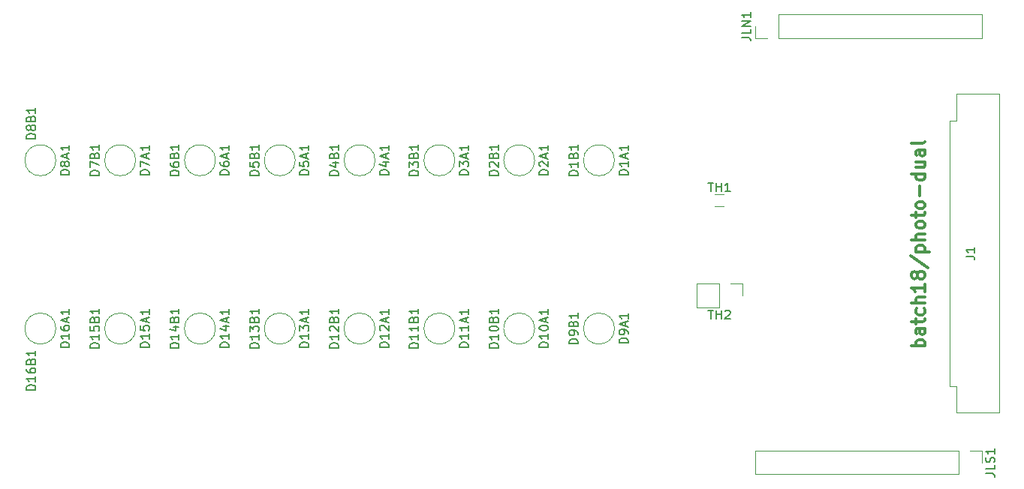
<source format=gto>
G04 #@! TF.GenerationSoftware,KiCad,Pcbnew,(6.0.5-0)*
G04 #@! TF.CreationDate,2022-08-24T15:36:11+09:00*
G04 #@! TF.ProjectId,photo-dual,70686f74-6f2d-4647-9561-6c2e6b696361,rev?*
G04 #@! TF.SameCoordinates,Original*
G04 #@! TF.FileFunction,Legend,Top*
G04 #@! TF.FilePolarity,Positive*
%FSLAX46Y46*%
G04 Gerber Fmt 4.6, Leading zero omitted, Abs format (unit mm)*
G04 Created by KiCad (PCBNEW (6.0.5-0)) date 2022-08-24 15:36:11*
%MOMM*%
%LPD*%
G01*
G04 APERTURE LIST*
%ADD10C,0.100000*%
%ADD11C,0.300000*%
%ADD12C,0.150000*%
%ADD13C,0.120000*%
G04 APERTURE END LIST*
D10*
X163671211Y-90502066D02*
G75*
G03*
X163671211Y-90502066I-1750000J0D01*
G01*
X118671211Y-90502066D02*
G75*
G03*
X118671211Y-90502066I-1750000J0D01*
G01*
X136671211Y-90502066D02*
G75*
G03*
X136671211Y-90502066I-1750000J0D01*
G01*
X145671211Y-90502066D02*
G75*
G03*
X145671211Y-90502066I-1750000J0D01*
G01*
X154671211Y-90502066D02*
G75*
G03*
X154671211Y-90502066I-1750000J0D01*
G01*
X127671211Y-90502066D02*
G75*
G03*
X127671211Y-90502066I-1750000J0D01*
G01*
X100671211Y-90502066D02*
G75*
G03*
X100671211Y-90502066I-1750000J0D01*
G01*
X109671211Y-90502066D02*
G75*
G03*
X109671211Y-90502066I-1750000J0D01*
G01*
X163671211Y-109501633D02*
G75*
G03*
X163671211Y-109501633I-1750000J0D01*
G01*
X109671211Y-109501633D02*
G75*
G03*
X109671211Y-109501633I-1750000J0D01*
G01*
X136671211Y-109501633D02*
G75*
G03*
X136671211Y-109501633I-1750000J0D01*
G01*
X118671211Y-109501633D02*
G75*
G03*
X118671211Y-109501633I-1750000J0D01*
G01*
X100671211Y-109501633D02*
G75*
G03*
X100671211Y-109501633I-1750000J0D01*
G01*
X127671211Y-109501633D02*
G75*
G03*
X127671211Y-109501633I-1750000J0D01*
G01*
X154671211Y-109501633D02*
G75*
G03*
X154671211Y-109501633I-1750000J0D01*
G01*
X145671211Y-109501633D02*
G75*
G03*
X145671211Y-109501633I-1750000J0D01*
G01*
D11*
X198678581Y-111464288D02*
X197178581Y-111464288D01*
X197750010Y-111464288D02*
X197678581Y-111321431D01*
X197678581Y-111035717D01*
X197750010Y-110892860D01*
X197821438Y-110821431D01*
X197964295Y-110750003D01*
X198392867Y-110750003D01*
X198535724Y-110821431D01*
X198607152Y-110892860D01*
X198678581Y-111035717D01*
X198678581Y-111321431D01*
X198607152Y-111464288D01*
X198678581Y-109464288D02*
X197892867Y-109464288D01*
X197750010Y-109535717D01*
X197678581Y-109678574D01*
X197678581Y-109964288D01*
X197750010Y-110107145D01*
X198607152Y-109464288D02*
X198678581Y-109607145D01*
X198678581Y-109964288D01*
X198607152Y-110107145D01*
X198464295Y-110178574D01*
X198321438Y-110178574D01*
X198178581Y-110107145D01*
X198107152Y-109964288D01*
X198107152Y-109607145D01*
X198035724Y-109464288D01*
X197678581Y-108964288D02*
X197678581Y-108392860D01*
X197178581Y-108750003D02*
X198464295Y-108750003D01*
X198607152Y-108678574D01*
X198678581Y-108535717D01*
X198678581Y-108392860D01*
X198607152Y-107250003D02*
X198678581Y-107392860D01*
X198678581Y-107678574D01*
X198607152Y-107821431D01*
X198535724Y-107892860D01*
X198392867Y-107964288D01*
X197964295Y-107964288D01*
X197821438Y-107892860D01*
X197750010Y-107821431D01*
X197678581Y-107678574D01*
X197678581Y-107392860D01*
X197750010Y-107250003D01*
X198678581Y-106607145D02*
X197178581Y-106607145D01*
X198678581Y-105964288D02*
X197892867Y-105964288D01*
X197750010Y-106035717D01*
X197678581Y-106178574D01*
X197678581Y-106392860D01*
X197750010Y-106535717D01*
X197821438Y-106607145D01*
X198678581Y-104464288D02*
X198678581Y-105321431D01*
X198678581Y-104892860D02*
X197178581Y-104892860D01*
X197392867Y-105035717D01*
X197535724Y-105178574D01*
X197607152Y-105321431D01*
X197821438Y-103607145D02*
X197750010Y-103750003D01*
X197678581Y-103821431D01*
X197535724Y-103892860D01*
X197464295Y-103892860D01*
X197321438Y-103821431D01*
X197250010Y-103750003D01*
X197178581Y-103607145D01*
X197178581Y-103321431D01*
X197250010Y-103178574D01*
X197321438Y-103107145D01*
X197464295Y-103035717D01*
X197535724Y-103035717D01*
X197678581Y-103107145D01*
X197750010Y-103178574D01*
X197821438Y-103321431D01*
X197821438Y-103607145D01*
X197892867Y-103750003D01*
X197964295Y-103821431D01*
X198107152Y-103892860D01*
X198392867Y-103892860D01*
X198535724Y-103821431D01*
X198607152Y-103750003D01*
X198678581Y-103607145D01*
X198678581Y-103321431D01*
X198607152Y-103178574D01*
X198535724Y-103107145D01*
X198392867Y-103035717D01*
X198107152Y-103035717D01*
X197964295Y-103107145D01*
X197892867Y-103178574D01*
X197821438Y-103321431D01*
X197107152Y-101321431D02*
X199035724Y-102607145D01*
X197678581Y-100821431D02*
X199178581Y-100821431D01*
X197750010Y-100821431D02*
X197678581Y-100678574D01*
X197678581Y-100392860D01*
X197750010Y-100250003D01*
X197821438Y-100178574D01*
X197964295Y-100107145D01*
X198392867Y-100107145D01*
X198535724Y-100178574D01*
X198607152Y-100250003D01*
X198678581Y-100392860D01*
X198678581Y-100678574D01*
X198607152Y-100821431D01*
X198678581Y-99464288D02*
X197178581Y-99464288D01*
X198678581Y-98821431D02*
X197892867Y-98821431D01*
X197750010Y-98892860D01*
X197678581Y-99035717D01*
X197678581Y-99250003D01*
X197750010Y-99392860D01*
X197821438Y-99464288D01*
X198678581Y-97892860D02*
X198607152Y-98035717D01*
X198535724Y-98107145D01*
X198392867Y-98178574D01*
X197964295Y-98178574D01*
X197821438Y-98107145D01*
X197750010Y-98035717D01*
X197678581Y-97892860D01*
X197678581Y-97678574D01*
X197750010Y-97535717D01*
X197821438Y-97464288D01*
X197964295Y-97392860D01*
X198392867Y-97392860D01*
X198535724Y-97464288D01*
X198607152Y-97535717D01*
X198678581Y-97678574D01*
X198678581Y-97892860D01*
X197678581Y-96964288D02*
X197678581Y-96392860D01*
X197178581Y-96750003D02*
X198464295Y-96750003D01*
X198607152Y-96678574D01*
X198678581Y-96535717D01*
X198678581Y-96392860D01*
X198678581Y-95678574D02*
X198607152Y-95821431D01*
X198535724Y-95892860D01*
X198392867Y-95964288D01*
X197964295Y-95964288D01*
X197821438Y-95892860D01*
X197750010Y-95821431D01*
X197678581Y-95678574D01*
X197678581Y-95464288D01*
X197750010Y-95321431D01*
X197821438Y-95250003D01*
X197964295Y-95178574D01*
X198392867Y-95178574D01*
X198535724Y-95250003D01*
X198607152Y-95321431D01*
X198678581Y-95464288D01*
X198678581Y-95678574D01*
X198107152Y-94535717D02*
X198107152Y-93392860D01*
X198678581Y-92035717D02*
X197178581Y-92035717D01*
X198607152Y-92035717D02*
X198678581Y-92178574D01*
X198678581Y-92464288D01*
X198607152Y-92607145D01*
X198535724Y-92678574D01*
X198392867Y-92750003D01*
X197964295Y-92750003D01*
X197821438Y-92678574D01*
X197750010Y-92607145D01*
X197678581Y-92464288D01*
X197678581Y-92178574D01*
X197750010Y-92035717D01*
X197678581Y-90678574D02*
X198678581Y-90678574D01*
X197678581Y-91321431D02*
X198464295Y-91321431D01*
X198607152Y-91250003D01*
X198678581Y-91107145D01*
X198678581Y-90892860D01*
X198607152Y-90750003D01*
X198535724Y-90678574D01*
X198678581Y-89321431D02*
X197892867Y-89321431D01*
X197750010Y-89392860D01*
X197678581Y-89535717D01*
X197678581Y-89821431D01*
X197750010Y-89964288D01*
X198607152Y-89321431D02*
X198678581Y-89464288D01*
X198678581Y-89821431D01*
X198607152Y-89964288D01*
X198464295Y-90035717D01*
X198321438Y-90035717D01*
X198178581Y-89964288D01*
X198107152Y-89821431D01*
X198107152Y-89464288D01*
X198035724Y-89321431D01*
X198678581Y-88392860D02*
X198607152Y-88535717D01*
X198464295Y-88607145D01*
X197178581Y-88607145D01*
D12*
X159553591Y-92216351D02*
X158553591Y-92216351D01*
X158553591Y-91978256D01*
X158601211Y-91835399D01*
X158696449Y-91740161D01*
X158791687Y-91692542D01*
X158982163Y-91644923D01*
X159125020Y-91644923D01*
X159315496Y-91692542D01*
X159410734Y-91740161D01*
X159505972Y-91835399D01*
X159553591Y-91978256D01*
X159553591Y-92216351D01*
X159553591Y-90692542D02*
X159553591Y-91263970D01*
X159553591Y-90978256D02*
X158553591Y-90978256D01*
X158696449Y-91073494D01*
X158791687Y-91168732D01*
X158839306Y-91263970D01*
X159029782Y-89930637D02*
X159077401Y-89787780D01*
X159125020Y-89740161D01*
X159220258Y-89692542D01*
X159363115Y-89692542D01*
X159458353Y-89740161D01*
X159505972Y-89787780D01*
X159553591Y-89883018D01*
X159553591Y-90263970D01*
X158553591Y-90263970D01*
X158553591Y-89930637D01*
X158601211Y-89835399D01*
X158648830Y-89787780D01*
X158744068Y-89740161D01*
X158839306Y-89740161D01*
X158934544Y-89787780D01*
X158982163Y-89835399D01*
X159029782Y-89930637D01*
X159029782Y-90263970D01*
X159553591Y-88740161D02*
X159553591Y-89311589D01*
X159553591Y-89025875D02*
X158553591Y-89025875D01*
X158696449Y-89121113D01*
X158791687Y-89216351D01*
X158839306Y-89311589D01*
X156193591Y-92144923D02*
X155193591Y-92144923D01*
X155193591Y-91906827D01*
X155241211Y-91763970D01*
X155336449Y-91668732D01*
X155431687Y-91621113D01*
X155622163Y-91573494D01*
X155765020Y-91573494D01*
X155955496Y-91621113D01*
X156050734Y-91668732D01*
X156145972Y-91763970D01*
X156193591Y-91906827D01*
X156193591Y-92144923D01*
X155288830Y-91192542D02*
X155241211Y-91144923D01*
X155193591Y-91049685D01*
X155193591Y-90811589D01*
X155241211Y-90716351D01*
X155288830Y-90668732D01*
X155384068Y-90621113D01*
X155479306Y-90621113D01*
X155622163Y-90668732D01*
X156193591Y-91240161D01*
X156193591Y-90621113D01*
X155907877Y-90240161D02*
X155907877Y-89763970D01*
X156193591Y-90335399D02*
X155193591Y-90002066D01*
X156193591Y-89668732D01*
X156193591Y-88811589D02*
X156193591Y-89383018D01*
X156193591Y-89097304D02*
X155193591Y-89097304D01*
X155336449Y-89192542D01*
X155431687Y-89287780D01*
X155479306Y-89383018D01*
X150553591Y-92216339D02*
X149553591Y-92216339D01*
X149553591Y-91978244D01*
X149601211Y-91835387D01*
X149696449Y-91740149D01*
X149791687Y-91692530D01*
X149982163Y-91644911D01*
X150125020Y-91644911D01*
X150315496Y-91692530D01*
X150410734Y-91740149D01*
X150505972Y-91835387D01*
X150553591Y-91978244D01*
X150553591Y-92216339D01*
X149648830Y-91263958D02*
X149601211Y-91216339D01*
X149553591Y-91121101D01*
X149553591Y-90883006D01*
X149601211Y-90787768D01*
X149648830Y-90740149D01*
X149744068Y-90692530D01*
X149839306Y-90692530D01*
X149982163Y-90740149D01*
X150553591Y-91311577D01*
X150553591Y-90692530D01*
X150029782Y-89930625D02*
X150077401Y-89787768D01*
X150125020Y-89740149D01*
X150220258Y-89692530D01*
X150363115Y-89692530D01*
X150458353Y-89740149D01*
X150505972Y-89787768D01*
X150553591Y-89883006D01*
X150553591Y-90263958D01*
X149553591Y-90263958D01*
X149553591Y-89930625D01*
X149601211Y-89835387D01*
X149648830Y-89787768D01*
X149744068Y-89740149D01*
X149839306Y-89740149D01*
X149934544Y-89787768D01*
X149982163Y-89835387D01*
X150029782Y-89930625D01*
X150029782Y-90263958D01*
X150553591Y-88740149D02*
X150553591Y-89311577D01*
X150553591Y-89025863D02*
X149553591Y-89025863D01*
X149696449Y-89121101D01*
X149791687Y-89216339D01*
X149839306Y-89311577D01*
X147193591Y-92144923D02*
X146193591Y-92144923D01*
X146193591Y-91906827D01*
X146241211Y-91763970D01*
X146336449Y-91668732D01*
X146431687Y-91621113D01*
X146622163Y-91573494D01*
X146765020Y-91573494D01*
X146955496Y-91621113D01*
X147050734Y-91668732D01*
X147145972Y-91763970D01*
X147193591Y-91906827D01*
X147193591Y-92144923D01*
X146193591Y-91240161D02*
X146193591Y-90621113D01*
X146574544Y-90954446D01*
X146574544Y-90811589D01*
X146622163Y-90716351D01*
X146669782Y-90668732D01*
X146765020Y-90621113D01*
X147003115Y-90621113D01*
X147098353Y-90668732D01*
X147145972Y-90716351D01*
X147193591Y-90811589D01*
X147193591Y-91097304D01*
X147145972Y-91192542D01*
X147098353Y-91240161D01*
X146907877Y-90240161D02*
X146907877Y-89763970D01*
X147193591Y-90335399D02*
X146193591Y-90002066D01*
X147193591Y-89668732D01*
X147193591Y-88811589D02*
X147193591Y-89383018D01*
X147193591Y-89097304D02*
X146193591Y-89097304D01*
X146336449Y-89192542D01*
X146431687Y-89287780D01*
X146479306Y-89383018D01*
X141553591Y-92216351D02*
X140553591Y-92216351D01*
X140553591Y-91978256D01*
X140601211Y-91835399D01*
X140696449Y-91740161D01*
X140791687Y-91692542D01*
X140982163Y-91644923D01*
X141125020Y-91644923D01*
X141315496Y-91692542D01*
X141410734Y-91740161D01*
X141505972Y-91835399D01*
X141553591Y-91978256D01*
X141553591Y-92216351D01*
X140553591Y-91311589D02*
X140553591Y-90692542D01*
X140934544Y-91025875D01*
X140934544Y-90883018D01*
X140982163Y-90787780D01*
X141029782Y-90740161D01*
X141125020Y-90692542D01*
X141363115Y-90692542D01*
X141458353Y-90740161D01*
X141505972Y-90787780D01*
X141553591Y-90883018D01*
X141553591Y-91168732D01*
X141505972Y-91263970D01*
X141458353Y-91311589D01*
X141029782Y-89930637D02*
X141077401Y-89787780D01*
X141125020Y-89740161D01*
X141220258Y-89692542D01*
X141363115Y-89692542D01*
X141458353Y-89740161D01*
X141505972Y-89787780D01*
X141553591Y-89883018D01*
X141553591Y-90263970D01*
X140553591Y-90263970D01*
X140553591Y-89930637D01*
X140601211Y-89835399D01*
X140648830Y-89787780D01*
X140744068Y-89740161D01*
X140839306Y-89740161D01*
X140934544Y-89787780D01*
X140982163Y-89835399D01*
X141029782Y-89930637D01*
X141029782Y-90263970D01*
X141553591Y-88740161D02*
X141553591Y-89311589D01*
X141553591Y-89025875D02*
X140553591Y-89025875D01*
X140696449Y-89121113D01*
X140791687Y-89216351D01*
X140839306Y-89311589D01*
X138193591Y-92144923D02*
X137193591Y-92144923D01*
X137193591Y-91906827D01*
X137241211Y-91763970D01*
X137336449Y-91668732D01*
X137431687Y-91621113D01*
X137622163Y-91573494D01*
X137765020Y-91573494D01*
X137955496Y-91621113D01*
X138050734Y-91668732D01*
X138145972Y-91763970D01*
X138193591Y-91906827D01*
X138193591Y-92144923D01*
X137526925Y-90716351D02*
X138193591Y-90716351D01*
X137145972Y-90954446D02*
X137860258Y-91192542D01*
X137860258Y-90573494D01*
X137907877Y-90240161D02*
X137907877Y-89763970D01*
X138193591Y-90335399D02*
X137193591Y-90002066D01*
X138193591Y-89668732D01*
X138193591Y-88811589D02*
X138193591Y-89383018D01*
X138193591Y-89097304D02*
X137193591Y-89097304D01*
X137336449Y-89192542D01*
X137431687Y-89287780D01*
X137479306Y-89383018D01*
X132553591Y-92216351D02*
X131553591Y-92216351D01*
X131553591Y-91978256D01*
X131601211Y-91835399D01*
X131696449Y-91740161D01*
X131791687Y-91692542D01*
X131982163Y-91644923D01*
X132125020Y-91644923D01*
X132315496Y-91692542D01*
X132410734Y-91740161D01*
X132505972Y-91835399D01*
X132553591Y-91978256D01*
X132553591Y-92216351D01*
X131886925Y-90787780D02*
X132553591Y-90787780D01*
X131505972Y-91025875D02*
X132220258Y-91263970D01*
X132220258Y-90644923D01*
X132029782Y-89930637D02*
X132077401Y-89787780D01*
X132125020Y-89740161D01*
X132220258Y-89692542D01*
X132363115Y-89692542D01*
X132458353Y-89740161D01*
X132505972Y-89787780D01*
X132553591Y-89883018D01*
X132553591Y-90263970D01*
X131553591Y-90263970D01*
X131553591Y-89930637D01*
X131601211Y-89835399D01*
X131648830Y-89787780D01*
X131744068Y-89740161D01*
X131839306Y-89740161D01*
X131934544Y-89787780D01*
X131982163Y-89835399D01*
X132029782Y-89930637D01*
X132029782Y-90263970D01*
X132553591Y-88740161D02*
X132553591Y-89311589D01*
X132553591Y-89025875D02*
X131553591Y-89025875D01*
X131696449Y-89121113D01*
X131791687Y-89216351D01*
X131839306Y-89311589D01*
X129193591Y-92144923D02*
X128193591Y-92144923D01*
X128193591Y-91906827D01*
X128241211Y-91763970D01*
X128336449Y-91668732D01*
X128431687Y-91621113D01*
X128622163Y-91573494D01*
X128765020Y-91573494D01*
X128955496Y-91621113D01*
X129050734Y-91668732D01*
X129145972Y-91763970D01*
X129193591Y-91906827D01*
X129193591Y-92144923D01*
X128193591Y-90668732D02*
X128193591Y-91144923D01*
X128669782Y-91192542D01*
X128622163Y-91144923D01*
X128574544Y-91049685D01*
X128574544Y-90811589D01*
X128622163Y-90716351D01*
X128669782Y-90668732D01*
X128765020Y-90621113D01*
X129003115Y-90621113D01*
X129098353Y-90668732D01*
X129145972Y-90716351D01*
X129193591Y-90811589D01*
X129193591Y-91049685D01*
X129145972Y-91144923D01*
X129098353Y-91192542D01*
X128907877Y-90240161D02*
X128907877Y-89763970D01*
X129193591Y-90335399D02*
X128193591Y-90002066D01*
X129193591Y-89668732D01*
X129193591Y-88811589D02*
X129193591Y-89383018D01*
X129193591Y-89097304D02*
X128193591Y-89097304D01*
X128336449Y-89192542D01*
X128431687Y-89287780D01*
X128479306Y-89383018D01*
X123553591Y-92216351D02*
X122553591Y-92216351D01*
X122553591Y-91978256D01*
X122601211Y-91835399D01*
X122696449Y-91740161D01*
X122791687Y-91692542D01*
X122982163Y-91644923D01*
X123125020Y-91644923D01*
X123315496Y-91692542D01*
X123410734Y-91740161D01*
X123505972Y-91835399D01*
X123553591Y-91978256D01*
X123553591Y-92216351D01*
X122553591Y-90740161D02*
X122553591Y-91216351D01*
X123029782Y-91263970D01*
X122982163Y-91216351D01*
X122934544Y-91121113D01*
X122934544Y-90883018D01*
X122982163Y-90787780D01*
X123029782Y-90740161D01*
X123125020Y-90692542D01*
X123363115Y-90692542D01*
X123458353Y-90740161D01*
X123505972Y-90787780D01*
X123553591Y-90883018D01*
X123553591Y-91121113D01*
X123505972Y-91216351D01*
X123458353Y-91263970D01*
X123029782Y-89930637D02*
X123077401Y-89787780D01*
X123125020Y-89740161D01*
X123220258Y-89692542D01*
X123363115Y-89692542D01*
X123458353Y-89740161D01*
X123505972Y-89787780D01*
X123553591Y-89883018D01*
X123553591Y-90263970D01*
X122553591Y-90263970D01*
X122553591Y-89930637D01*
X122601211Y-89835399D01*
X122648830Y-89787780D01*
X122744068Y-89740161D01*
X122839306Y-89740161D01*
X122934544Y-89787780D01*
X122982163Y-89835399D01*
X123029782Y-89930637D01*
X123029782Y-90263970D01*
X123553591Y-88740161D02*
X123553591Y-89311589D01*
X123553591Y-89025875D02*
X122553591Y-89025875D01*
X122696449Y-89121113D01*
X122791687Y-89216351D01*
X122839306Y-89311589D01*
X120193591Y-92144923D02*
X119193591Y-92144923D01*
X119193591Y-91906827D01*
X119241211Y-91763970D01*
X119336449Y-91668732D01*
X119431687Y-91621113D01*
X119622163Y-91573494D01*
X119765020Y-91573494D01*
X119955496Y-91621113D01*
X120050734Y-91668732D01*
X120145972Y-91763970D01*
X120193591Y-91906827D01*
X120193591Y-92144923D01*
X119193591Y-90716351D02*
X119193591Y-90906827D01*
X119241211Y-91002066D01*
X119288830Y-91049685D01*
X119431687Y-91144923D01*
X119622163Y-91192542D01*
X120003115Y-91192542D01*
X120098353Y-91144923D01*
X120145972Y-91097304D01*
X120193591Y-91002066D01*
X120193591Y-90811589D01*
X120145972Y-90716351D01*
X120098353Y-90668732D01*
X120003115Y-90621113D01*
X119765020Y-90621113D01*
X119669782Y-90668732D01*
X119622163Y-90716351D01*
X119574544Y-90811589D01*
X119574544Y-91002066D01*
X119622163Y-91097304D01*
X119669782Y-91144923D01*
X119765020Y-91192542D01*
X119907877Y-90240161D02*
X119907877Y-89763970D01*
X120193591Y-90335399D02*
X119193591Y-90002066D01*
X120193591Y-89668732D01*
X120193591Y-88811589D02*
X120193591Y-89383018D01*
X120193591Y-89097304D02*
X119193591Y-89097304D01*
X119336449Y-89192542D01*
X119431687Y-89287780D01*
X119479306Y-89383018D01*
X114553591Y-92216351D02*
X113553591Y-92216351D01*
X113553591Y-91978256D01*
X113601211Y-91835399D01*
X113696449Y-91740161D01*
X113791687Y-91692542D01*
X113982163Y-91644923D01*
X114125020Y-91644923D01*
X114315496Y-91692542D01*
X114410734Y-91740161D01*
X114505972Y-91835399D01*
X114553591Y-91978256D01*
X114553591Y-92216351D01*
X113553591Y-90787780D02*
X113553591Y-90978256D01*
X113601211Y-91073494D01*
X113648830Y-91121113D01*
X113791687Y-91216351D01*
X113982163Y-91263970D01*
X114363115Y-91263970D01*
X114458353Y-91216351D01*
X114505972Y-91168732D01*
X114553591Y-91073494D01*
X114553591Y-90883018D01*
X114505972Y-90787780D01*
X114458353Y-90740161D01*
X114363115Y-90692542D01*
X114125020Y-90692542D01*
X114029782Y-90740161D01*
X113982163Y-90787780D01*
X113934544Y-90883018D01*
X113934544Y-91073494D01*
X113982163Y-91168732D01*
X114029782Y-91216351D01*
X114125020Y-91263970D01*
X114029782Y-89930637D02*
X114077401Y-89787780D01*
X114125020Y-89740161D01*
X114220258Y-89692542D01*
X114363115Y-89692542D01*
X114458353Y-89740161D01*
X114505972Y-89787780D01*
X114553591Y-89883018D01*
X114553591Y-90263970D01*
X113553591Y-90263970D01*
X113553591Y-89930637D01*
X113601211Y-89835399D01*
X113648830Y-89787780D01*
X113744068Y-89740161D01*
X113839306Y-89740161D01*
X113934544Y-89787780D01*
X113982163Y-89835399D01*
X114029782Y-89930637D01*
X114029782Y-90263970D01*
X114553591Y-88740161D02*
X114553591Y-89311589D01*
X114553591Y-89025875D02*
X113553591Y-89025875D01*
X113696449Y-89121113D01*
X113791687Y-89216351D01*
X113839306Y-89311589D01*
X111193591Y-92144923D02*
X110193591Y-92144923D01*
X110193591Y-91906827D01*
X110241211Y-91763970D01*
X110336449Y-91668732D01*
X110431687Y-91621113D01*
X110622163Y-91573494D01*
X110765020Y-91573494D01*
X110955496Y-91621113D01*
X111050734Y-91668732D01*
X111145972Y-91763970D01*
X111193591Y-91906827D01*
X111193591Y-92144923D01*
X110193591Y-91240161D02*
X110193591Y-90573494D01*
X111193591Y-91002066D01*
X110907877Y-90240161D02*
X110907877Y-89763970D01*
X111193591Y-90335399D02*
X110193591Y-90002066D01*
X111193591Y-89668732D01*
X111193591Y-88811589D02*
X111193591Y-89383018D01*
X111193591Y-89097304D02*
X110193591Y-89097304D01*
X110336449Y-89192542D01*
X110431687Y-89287780D01*
X110479306Y-89383018D01*
X105553591Y-92216351D02*
X104553591Y-92216351D01*
X104553591Y-91978256D01*
X104601211Y-91835399D01*
X104696449Y-91740161D01*
X104791687Y-91692542D01*
X104982163Y-91644923D01*
X105125020Y-91644923D01*
X105315496Y-91692542D01*
X105410734Y-91740161D01*
X105505972Y-91835399D01*
X105553591Y-91978256D01*
X105553591Y-92216351D01*
X104553591Y-91311589D02*
X104553591Y-90644923D01*
X105553591Y-91073494D01*
X105029782Y-89930637D02*
X105077401Y-89787780D01*
X105125020Y-89740161D01*
X105220258Y-89692542D01*
X105363115Y-89692542D01*
X105458353Y-89740161D01*
X105505972Y-89787780D01*
X105553591Y-89883018D01*
X105553591Y-90263970D01*
X104553591Y-90263970D01*
X104553591Y-89930637D01*
X104601211Y-89835399D01*
X104648830Y-89787780D01*
X104744068Y-89740161D01*
X104839306Y-89740161D01*
X104934544Y-89787780D01*
X104982163Y-89835399D01*
X105029782Y-89930637D01*
X105029782Y-90263970D01*
X105553591Y-88740161D02*
X105553591Y-89311589D01*
X105553591Y-89025875D02*
X104553591Y-89025875D01*
X104696449Y-89121113D01*
X104791687Y-89216351D01*
X104839306Y-89311589D01*
X102193591Y-92144923D02*
X101193591Y-92144923D01*
X101193591Y-91906827D01*
X101241211Y-91763970D01*
X101336449Y-91668732D01*
X101431687Y-91621113D01*
X101622163Y-91573494D01*
X101765020Y-91573494D01*
X101955496Y-91621113D01*
X102050734Y-91668732D01*
X102145972Y-91763970D01*
X102193591Y-91906827D01*
X102193591Y-92144923D01*
X101622163Y-91002066D02*
X101574544Y-91097304D01*
X101526925Y-91144923D01*
X101431687Y-91192542D01*
X101384068Y-91192542D01*
X101288830Y-91144923D01*
X101241211Y-91097304D01*
X101193591Y-91002066D01*
X101193591Y-90811589D01*
X101241211Y-90716351D01*
X101288830Y-90668732D01*
X101384068Y-90621113D01*
X101431687Y-90621113D01*
X101526925Y-90668732D01*
X101574544Y-90716351D01*
X101622163Y-90811589D01*
X101622163Y-91002066D01*
X101669782Y-91097304D01*
X101717401Y-91144923D01*
X101812639Y-91192542D01*
X102003115Y-91192542D01*
X102098353Y-91144923D01*
X102145972Y-91097304D01*
X102193591Y-91002066D01*
X102193591Y-90811589D01*
X102145972Y-90716351D01*
X102098353Y-90668732D01*
X102003115Y-90621113D01*
X101812639Y-90621113D01*
X101717401Y-90668732D01*
X101669782Y-90716351D01*
X101622163Y-90811589D01*
X101907877Y-90240161D02*
X101907877Y-89763970D01*
X102193591Y-90335399D02*
X101193591Y-90002066D01*
X102193591Y-89668732D01*
X102193591Y-88811589D02*
X102193591Y-89383018D01*
X102193591Y-89097304D02*
X101193591Y-89097304D01*
X101336449Y-89192542D01*
X101431687Y-89287780D01*
X101479306Y-89383018D01*
X98373591Y-88064285D02*
X97373591Y-88064285D01*
X97373591Y-87826190D01*
X97421211Y-87683333D01*
X97516449Y-87588095D01*
X97611687Y-87540476D01*
X97802163Y-87492857D01*
X97945020Y-87492857D01*
X98135496Y-87540476D01*
X98230734Y-87588095D01*
X98325972Y-87683333D01*
X98373591Y-87826190D01*
X98373591Y-88064285D01*
X97802163Y-86921428D02*
X97754544Y-87016666D01*
X97706925Y-87064285D01*
X97611687Y-87111904D01*
X97564068Y-87111904D01*
X97468830Y-87064285D01*
X97421211Y-87016666D01*
X97373591Y-86921428D01*
X97373591Y-86730952D01*
X97421211Y-86635714D01*
X97468830Y-86588095D01*
X97564068Y-86540476D01*
X97611687Y-86540476D01*
X97706925Y-86588095D01*
X97754544Y-86635714D01*
X97802163Y-86730952D01*
X97802163Y-86921428D01*
X97849782Y-87016666D01*
X97897401Y-87064285D01*
X97992639Y-87111904D01*
X98183115Y-87111904D01*
X98278353Y-87064285D01*
X98325972Y-87016666D01*
X98373591Y-86921428D01*
X98373591Y-86730952D01*
X98325972Y-86635714D01*
X98278353Y-86588095D01*
X98183115Y-86540476D01*
X97992639Y-86540476D01*
X97897401Y-86588095D01*
X97849782Y-86635714D01*
X97802163Y-86730952D01*
X97849782Y-85778571D02*
X97897401Y-85635714D01*
X97945020Y-85588095D01*
X98040258Y-85540476D01*
X98183115Y-85540476D01*
X98278353Y-85588095D01*
X98325972Y-85635714D01*
X98373591Y-85730952D01*
X98373591Y-86111904D01*
X97373591Y-86111904D01*
X97373591Y-85778571D01*
X97421211Y-85683333D01*
X97468830Y-85635714D01*
X97564068Y-85588095D01*
X97659306Y-85588095D01*
X97754544Y-85635714D01*
X97802163Y-85683333D01*
X97849782Y-85778571D01*
X97849782Y-86111904D01*
X98373591Y-84588095D02*
X98373591Y-85159523D01*
X98373591Y-84873809D02*
X97373591Y-84873809D01*
X97516449Y-84969047D01*
X97611687Y-85064285D01*
X97659306Y-85159523D01*
X114553591Y-111692109D02*
X113553591Y-111692109D01*
X113553591Y-111454013D01*
X113601211Y-111311156D01*
X113696449Y-111215918D01*
X113791687Y-111168299D01*
X113982163Y-111120680D01*
X114125020Y-111120680D01*
X114315496Y-111168299D01*
X114410734Y-111215918D01*
X114505972Y-111311156D01*
X114553591Y-111454013D01*
X114553591Y-111692109D01*
X114553591Y-110168299D02*
X114553591Y-110739728D01*
X114553591Y-110454013D02*
X113553591Y-110454013D01*
X113696449Y-110549252D01*
X113791687Y-110644490D01*
X113839306Y-110739728D01*
X113886925Y-109311156D02*
X114553591Y-109311156D01*
X113505972Y-109549252D02*
X114220258Y-109787347D01*
X114220258Y-109168299D01*
X114029782Y-108454013D02*
X114077401Y-108311156D01*
X114125020Y-108263537D01*
X114220258Y-108215918D01*
X114363115Y-108215918D01*
X114458353Y-108263537D01*
X114505972Y-108311156D01*
X114553591Y-108406394D01*
X114553591Y-108787347D01*
X113553591Y-108787347D01*
X113553591Y-108454013D01*
X113601211Y-108358775D01*
X113648830Y-108311156D01*
X113744068Y-108263537D01*
X113839306Y-108263537D01*
X113934544Y-108311156D01*
X113982163Y-108358775D01*
X114029782Y-108454013D01*
X114029782Y-108787347D01*
X114553591Y-107263537D02*
X114553591Y-107834966D01*
X114553591Y-107549252D02*
X113553591Y-107549252D01*
X113696449Y-107644490D01*
X113791687Y-107739728D01*
X113839306Y-107834966D01*
X123553591Y-111692109D02*
X122553591Y-111692109D01*
X122553591Y-111454013D01*
X122601211Y-111311156D01*
X122696449Y-111215918D01*
X122791687Y-111168299D01*
X122982163Y-111120680D01*
X123125020Y-111120680D01*
X123315496Y-111168299D01*
X123410734Y-111215918D01*
X123505972Y-111311156D01*
X123553591Y-111454013D01*
X123553591Y-111692109D01*
X123553591Y-110168299D02*
X123553591Y-110739728D01*
X123553591Y-110454013D02*
X122553591Y-110454013D01*
X122696449Y-110549252D01*
X122791687Y-110644490D01*
X122839306Y-110739728D01*
X122553591Y-109834966D02*
X122553591Y-109215918D01*
X122934544Y-109549252D01*
X122934544Y-109406394D01*
X122982163Y-109311156D01*
X123029782Y-109263537D01*
X123125020Y-109215918D01*
X123363115Y-109215918D01*
X123458353Y-109263537D01*
X123505972Y-109311156D01*
X123553591Y-109406394D01*
X123553591Y-109692109D01*
X123505972Y-109787347D01*
X123458353Y-109834966D01*
X123029782Y-108454013D02*
X123077401Y-108311156D01*
X123125020Y-108263537D01*
X123220258Y-108215918D01*
X123363115Y-108215918D01*
X123458353Y-108263537D01*
X123505972Y-108311156D01*
X123553591Y-108406394D01*
X123553591Y-108787347D01*
X122553591Y-108787347D01*
X122553591Y-108454013D01*
X122601211Y-108358775D01*
X122648830Y-108311156D01*
X122744068Y-108263537D01*
X122839306Y-108263537D01*
X122934544Y-108311156D01*
X122982163Y-108358775D01*
X123029782Y-108454013D01*
X123029782Y-108787347D01*
X123553591Y-107263537D02*
X123553591Y-107834966D01*
X123553591Y-107549252D02*
X122553591Y-107549252D01*
X122696449Y-107644490D01*
X122791687Y-107739728D01*
X122839306Y-107834966D01*
X120193591Y-111620680D02*
X119193591Y-111620680D01*
X119193591Y-111382585D01*
X119241211Y-111239728D01*
X119336449Y-111144490D01*
X119431687Y-111096871D01*
X119622163Y-111049252D01*
X119765020Y-111049252D01*
X119955496Y-111096871D01*
X120050734Y-111144490D01*
X120145972Y-111239728D01*
X120193591Y-111382585D01*
X120193591Y-111620680D01*
X120193591Y-110096871D02*
X120193591Y-110668299D01*
X120193591Y-110382585D02*
X119193591Y-110382585D01*
X119336449Y-110477823D01*
X119431687Y-110573061D01*
X119479306Y-110668299D01*
X119526925Y-109239728D02*
X120193591Y-109239728D01*
X119145972Y-109477823D02*
X119860258Y-109715918D01*
X119860258Y-109096871D01*
X119907877Y-108763537D02*
X119907877Y-108287347D01*
X120193591Y-108858775D02*
X119193591Y-108525442D01*
X120193591Y-108192109D01*
X120193591Y-107334966D02*
X120193591Y-107906394D01*
X120193591Y-107620680D02*
X119193591Y-107620680D01*
X119336449Y-107715918D01*
X119431687Y-107811156D01*
X119479306Y-107906394D01*
X111193591Y-111620680D02*
X110193591Y-111620680D01*
X110193591Y-111382585D01*
X110241211Y-111239728D01*
X110336449Y-111144490D01*
X110431687Y-111096871D01*
X110622163Y-111049252D01*
X110765020Y-111049252D01*
X110955496Y-111096871D01*
X111050734Y-111144490D01*
X111145972Y-111239728D01*
X111193591Y-111382585D01*
X111193591Y-111620680D01*
X111193591Y-110096871D02*
X111193591Y-110668299D01*
X111193591Y-110382585D02*
X110193591Y-110382585D01*
X110336449Y-110477823D01*
X110431687Y-110573061D01*
X110479306Y-110668299D01*
X110193591Y-109192109D02*
X110193591Y-109668299D01*
X110669782Y-109715918D01*
X110622163Y-109668299D01*
X110574544Y-109573061D01*
X110574544Y-109334966D01*
X110622163Y-109239728D01*
X110669782Y-109192109D01*
X110765020Y-109144490D01*
X111003115Y-109144490D01*
X111098353Y-109192109D01*
X111145972Y-109239728D01*
X111193591Y-109334966D01*
X111193591Y-109573061D01*
X111145972Y-109668299D01*
X111098353Y-109715918D01*
X110907877Y-108763537D02*
X110907877Y-108287347D01*
X111193591Y-108858775D02*
X110193591Y-108525442D01*
X111193591Y-108192109D01*
X111193591Y-107334966D02*
X111193591Y-107906394D01*
X111193591Y-107620680D02*
X110193591Y-107620680D01*
X110336449Y-107715918D01*
X110431687Y-107811156D01*
X110479306Y-107906394D01*
X98373591Y-116430476D02*
X97373591Y-116430476D01*
X97373591Y-116192380D01*
X97421211Y-116049523D01*
X97516449Y-115954285D01*
X97611687Y-115906666D01*
X97802163Y-115859047D01*
X97945020Y-115859047D01*
X98135496Y-115906666D01*
X98230734Y-115954285D01*
X98325972Y-116049523D01*
X98373591Y-116192380D01*
X98373591Y-116430476D01*
X98373591Y-114906666D02*
X98373591Y-115478095D01*
X98373591Y-115192380D02*
X97373591Y-115192380D01*
X97516449Y-115287619D01*
X97611687Y-115382857D01*
X97659306Y-115478095D01*
X97373591Y-114049523D02*
X97373591Y-114240000D01*
X97421211Y-114335238D01*
X97468830Y-114382857D01*
X97611687Y-114478095D01*
X97802163Y-114525714D01*
X98183115Y-114525714D01*
X98278353Y-114478095D01*
X98325972Y-114430476D01*
X98373591Y-114335238D01*
X98373591Y-114144761D01*
X98325972Y-114049523D01*
X98278353Y-114001904D01*
X98183115Y-113954285D01*
X97945020Y-113954285D01*
X97849782Y-114001904D01*
X97802163Y-114049523D01*
X97754544Y-114144761D01*
X97754544Y-114335238D01*
X97802163Y-114430476D01*
X97849782Y-114478095D01*
X97945020Y-114525714D01*
X97849782Y-113192380D02*
X97897401Y-113049523D01*
X97945020Y-113001904D01*
X98040258Y-112954285D01*
X98183115Y-112954285D01*
X98278353Y-113001904D01*
X98325972Y-113049523D01*
X98373591Y-113144761D01*
X98373591Y-113525714D01*
X97373591Y-113525714D01*
X97373591Y-113192380D01*
X97421211Y-113097142D01*
X97468830Y-113049523D01*
X97564068Y-113001904D01*
X97659306Y-113001904D01*
X97754544Y-113049523D01*
X97802163Y-113097142D01*
X97849782Y-113192380D01*
X97849782Y-113525714D01*
X98373591Y-112001904D02*
X98373591Y-112573333D01*
X98373591Y-112287619D02*
X97373591Y-112287619D01*
X97516449Y-112382857D01*
X97611687Y-112478095D01*
X97659306Y-112573333D01*
X102193591Y-111620680D02*
X101193591Y-111620680D01*
X101193591Y-111382585D01*
X101241211Y-111239728D01*
X101336449Y-111144490D01*
X101431687Y-111096871D01*
X101622163Y-111049252D01*
X101765020Y-111049252D01*
X101955496Y-111096871D01*
X102050734Y-111144490D01*
X102145972Y-111239728D01*
X102193591Y-111382585D01*
X102193591Y-111620680D01*
X102193591Y-110096871D02*
X102193591Y-110668299D01*
X102193591Y-110382585D02*
X101193591Y-110382585D01*
X101336449Y-110477823D01*
X101431687Y-110573061D01*
X101479306Y-110668299D01*
X101193591Y-109239728D02*
X101193591Y-109430204D01*
X101241211Y-109525442D01*
X101288830Y-109573061D01*
X101431687Y-109668299D01*
X101622163Y-109715918D01*
X102003115Y-109715918D01*
X102098353Y-109668299D01*
X102145972Y-109620680D01*
X102193591Y-109525442D01*
X102193591Y-109334966D01*
X102145972Y-109239728D01*
X102098353Y-109192109D01*
X102003115Y-109144490D01*
X101765020Y-109144490D01*
X101669782Y-109192109D01*
X101622163Y-109239728D01*
X101574544Y-109334966D01*
X101574544Y-109525442D01*
X101622163Y-109620680D01*
X101669782Y-109668299D01*
X101765020Y-109715918D01*
X101907877Y-108763537D02*
X101907877Y-108287347D01*
X102193591Y-108858775D02*
X101193591Y-108525442D01*
X102193591Y-108192109D01*
X102193591Y-107334966D02*
X102193591Y-107906394D01*
X102193591Y-107620680D02*
X101193591Y-107620680D01*
X101336449Y-107715918D01*
X101431687Y-107811156D01*
X101479306Y-107906394D01*
X105553591Y-111692109D02*
X104553591Y-111692109D01*
X104553591Y-111454013D01*
X104601211Y-111311156D01*
X104696449Y-111215918D01*
X104791687Y-111168299D01*
X104982163Y-111120680D01*
X105125020Y-111120680D01*
X105315496Y-111168299D01*
X105410734Y-111215918D01*
X105505972Y-111311156D01*
X105553591Y-111454013D01*
X105553591Y-111692109D01*
X105553591Y-110168299D02*
X105553591Y-110739728D01*
X105553591Y-110454013D02*
X104553591Y-110454013D01*
X104696449Y-110549252D01*
X104791687Y-110644490D01*
X104839306Y-110739728D01*
X104553591Y-109263537D02*
X104553591Y-109739728D01*
X105029782Y-109787347D01*
X104982163Y-109739728D01*
X104934544Y-109644490D01*
X104934544Y-109406394D01*
X104982163Y-109311156D01*
X105029782Y-109263537D01*
X105125020Y-109215918D01*
X105363115Y-109215918D01*
X105458353Y-109263537D01*
X105505972Y-109311156D01*
X105553591Y-109406394D01*
X105553591Y-109644490D01*
X105505972Y-109739728D01*
X105458353Y-109787347D01*
X105029782Y-108454013D02*
X105077401Y-108311156D01*
X105125020Y-108263537D01*
X105220258Y-108215918D01*
X105363115Y-108215918D01*
X105458353Y-108263537D01*
X105505972Y-108311156D01*
X105553591Y-108406394D01*
X105553591Y-108787347D01*
X104553591Y-108787347D01*
X104553591Y-108454013D01*
X104601211Y-108358775D01*
X104648830Y-108311156D01*
X104744068Y-108263537D01*
X104839306Y-108263537D01*
X104934544Y-108311156D01*
X104982163Y-108358775D01*
X105029782Y-108454013D01*
X105029782Y-108787347D01*
X105553591Y-107263537D02*
X105553591Y-107834966D01*
X105553591Y-107549252D02*
X104553591Y-107549252D01*
X104696449Y-107644490D01*
X104791687Y-107739728D01*
X104839306Y-107834966D01*
X159553591Y-111215918D02*
X158553591Y-111215918D01*
X158553591Y-110977823D01*
X158601211Y-110834966D01*
X158696449Y-110739728D01*
X158791687Y-110692109D01*
X158982163Y-110644490D01*
X159125020Y-110644490D01*
X159315496Y-110692109D01*
X159410734Y-110739728D01*
X159505972Y-110834966D01*
X159553591Y-110977823D01*
X159553591Y-111215918D01*
X159553591Y-110168299D02*
X159553591Y-109977823D01*
X159505972Y-109882585D01*
X159458353Y-109834966D01*
X159315496Y-109739728D01*
X159125020Y-109692109D01*
X158744068Y-109692109D01*
X158648830Y-109739728D01*
X158601211Y-109787347D01*
X158553591Y-109882585D01*
X158553591Y-110073061D01*
X158601211Y-110168299D01*
X158648830Y-110215918D01*
X158744068Y-110263537D01*
X158982163Y-110263537D01*
X159077401Y-110215918D01*
X159125020Y-110168299D01*
X159172639Y-110073061D01*
X159172639Y-109882585D01*
X159125020Y-109787347D01*
X159077401Y-109739728D01*
X158982163Y-109692109D01*
X159029782Y-108930204D02*
X159077401Y-108787347D01*
X159125020Y-108739728D01*
X159220258Y-108692109D01*
X159363115Y-108692109D01*
X159458353Y-108739728D01*
X159505972Y-108787347D01*
X159553591Y-108882585D01*
X159553591Y-109263537D01*
X158553591Y-109263537D01*
X158553591Y-108930204D01*
X158601211Y-108834966D01*
X158648830Y-108787347D01*
X158744068Y-108739728D01*
X158839306Y-108739728D01*
X158934544Y-108787347D01*
X158982163Y-108834966D01*
X159029782Y-108930204D01*
X159029782Y-109263537D01*
X159553591Y-107739728D02*
X159553591Y-108311156D01*
X159553591Y-108025442D02*
X158553591Y-108025442D01*
X158696449Y-108120680D01*
X158791687Y-108215918D01*
X158839306Y-108311156D01*
X129193591Y-111620680D02*
X128193591Y-111620680D01*
X128193591Y-111382585D01*
X128241211Y-111239728D01*
X128336449Y-111144490D01*
X128431687Y-111096871D01*
X128622163Y-111049252D01*
X128765020Y-111049252D01*
X128955496Y-111096871D01*
X129050734Y-111144490D01*
X129145972Y-111239728D01*
X129193591Y-111382585D01*
X129193591Y-111620680D01*
X129193591Y-110096871D02*
X129193591Y-110668299D01*
X129193591Y-110382585D02*
X128193591Y-110382585D01*
X128336449Y-110477823D01*
X128431687Y-110573061D01*
X128479306Y-110668299D01*
X128193591Y-109763537D02*
X128193591Y-109144490D01*
X128574544Y-109477823D01*
X128574544Y-109334966D01*
X128622163Y-109239728D01*
X128669782Y-109192109D01*
X128765020Y-109144490D01*
X129003115Y-109144490D01*
X129098353Y-109192109D01*
X129145972Y-109239728D01*
X129193591Y-109334966D01*
X129193591Y-109620680D01*
X129145972Y-109715918D01*
X129098353Y-109763537D01*
X128907877Y-108763537D02*
X128907877Y-108287347D01*
X129193591Y-108858775D02*
X128193591Y-108525442D01*
X129193591Y-108192109D01*
X129193591Y-107334966D02*
X129193591Y-107906394D01*
X129193591Y-107620680D02*
X128193591Y-107620680D01*
X128336449Y-107715918D01*
X128431687Y-107811156D01*
X128479306Y-107906394D01*
X132553591Y-111692109D02*
X131553591Y-111692109D01*
X131553591Y-111454013D01*
X131601211Y-111311156D01*
X131696449Y-111215918D01*
X131791687Y-111168299D01*
X131982163Y-111120680D01*
X132125020Y-111120680D01*
X132315496Y-111168299D01*
X132410734Y-111215918D01*
X132505972Y-111311156D01*
X132553591Y-111454013D01*
X132553591Y-111692109D01*
X132553591Y-110168299D02*
X132553591Y-110739728D01*
X132553591Y-110454013D02*
X131553591Y-110454013D01*
X131696449Y-110549252D01*
X131791687Y-110644490D01*
X131839306Y-110739728D01*
X131648830Y-109787347D02*
X131601211Y-109739728D01*
X131553591Y-109644490D01*
X131553591Y-109406394D01*
X131601211Y-109311156D01*
X131648830Y-109263537D01*
X131744068Y-109215918D01*
X131839306Y-109215918D01*
X131982163Y-109263537D01*
X132553591Y-109834966D01*
X132553591Y-109215918D01*
X132029782Y-108454013D02*
X132077401Y-108311156D01*
X132125020Y-108263537D01*
X132220258Y-108215918D01*
X132363115Y-108215918D01*
X132458353Y-108263537D01*
X132505972Y-108311156D01*
X132553591Y-108406394D01*
X132553591Y-108787347D01*
X131553591Y-108787347D01*
X131553591Y-108454013D01*
X131601211Y-108358775D01*
X131648830Y-108311156D01*
X131744068Y-108263537D01*
X131839306Y-108263537D01*
X131934544Y-108311156D01*
X131982163Y-108358775D01*
X132029782Y-108454013D01*
X132029782Y-108787347D01*
X132553591Y-107263537D02*
X132553591Y-107834966D01*
X132553591Y-107549252D02*
X131553591Y-107549252D01*
X131696449Y-107644490D01*
X131791687Y-107739728D01*
X131839306Y-107834966D01*
X138193591Y-111620680D02*
X137193591Y-111620680D01*
X137193591Y-111382585D01*
X137241211Y-111239728D01*
X137336449Y-111144490D01*
X137431687Y-111096871D01*
X137622163Y-111049252D01*
X137765020Y-111049252D01*
X137955496Y-111096871D01*
X138050734Y-111144490D01*
X138145972Y-111239728D01*
X138193591Y-111382585D01*
X138193591Y-111620680D01*
X138193591Y-110096871D02*
X138193591Y-110668299D01*
X138193591Y-110382585D02*
X137193591Y-110382585D01*
X137336449Y-110477823D01*
X137431687Y-110573061D01*
X137479306Y-110668299D01*
X137288830Y-109715918D02*
X137241211Y-109668299D01*
X137193591Y-109573061D01*
X137193591Y-109334966D01*
X137241211Y-109239728D01*
X137288830Y-109192109D01*
X137384068Y-109144490D01*
X137479306Y-109144490D01*
X137622163Y-109192109D01*
X138193591Y-109763537D01*
X138193591Y-109144490D01*
X137907877Y-108763537D02*
X137907877Y-108287347D01*
X138193591Y-108858775D02*
X137193591Y-108525442D01*
X138193591Y-108192109D01*
X138193591Y-107334966D02*
X138193591Y-107906394D01*
X138193591Y-107620680D02*
X137193591Y-107620680D01*
X137336449Y-107715918D01*
X137431687Y-107811156D01*
X137479306Y-107906394D01*
X141553591Y-111692109D02*
X140553591Y-111692109D01*
X140553591Y-111454013D01*
X140601211Y-111311156D01*
X140696449Y-111215918D01*
X140791687Y-111168299D01*
X140982163Y-111120680D01*
X141125020Y-111120680D01*
X141315496Y-111168299D01*
X141410734Y-111215918D01*
X141505972Y-111311156D01*
X141553591Y-111454013D01*
X141553591Y-111692109D01*
X141553591Y-110168299D02*
X141553591Y-110739728D01*
X141553591Y-110454013D02*
X140553591Y-110454013D01*
X140696449Y-110549252D01*
X140791687Y-110644490D01*
X140839306Y-110739728D01*
X141553591Y-109215918D02*
X141553591Y-109787347D01*
X141553591Y-109501633D02*
X140553591Y-109501633D01*
X140696449Y-109596871D01*
X140791687Y-109692109D01*
X140839306Y-109787347D01*
X141029782Y-108454013D02*
X141077401Y-108311156D01*
X141125020Y-108263537D01*
X141220258Y-108215918D01*
X141363115Y-108215918D01*
X141458353Y-108263537D01*
X141505972Y-108311156D01*
X141553591Y-108406394D01*
X141553591Y-108787347D01*
X140553591Y-108787347D01*
X140553591Y-108454013D01*
X140601211Y-108358775D01*
X140648830Y-108311156D01*
X140744068Y-108263537D01*
X140839306Y-108263537D01*
X140934544Y-108311156D01*
X140982163Y-108358775D01*
X141029782Y-108454013D01*
X141029782Y-108787347D01*
X141553591Y-107263537D02*
X141553591Y-107834966D01*
X141553591Y-107549252D02*
X140553591Y-107549252D01*
X140696449Y-107644490D01*
X140791687Y-107739728D01*
X140839306Y-107834966D01*
X147193591Y-111620680D02*
X146193591Y-111620680D01*
X146193591Y-111382585D01*
X146241211Y-111239728D01*
X146336449Y-111144490D01*
X146431687Y-111096871D01*
X146622163Y-111049252D01*
X146765020Y-111049252D01*
X146955496Y-111096871D01*
X147050734Y-111144490D01*
X147145972Y-111239728D01*
X147193591Y-111382585D01*
X147193591Y-111620680D01*
X147193591Y-110096871D02*
X147193591Y-110668299D01*
X147193591Y-110382585D02*
X146193591Y-110382585D01*
X146336449Y-110477823D01*
X146431687Y-110573061D01*
X146479306Y-110668299D01*
X147193591Y-109144490D02*
X147193591Y-109715918D01*
X147193591Y-109430204D02*
X146193591Y-109430204D01*
X146336449Y-109525442D01*
X146431687Y-109620680D01*
X146479306Y-109715918D01*
X146907877Y-108763537D02*
X146907877Y-108287347D01*
X147193591Y-108858775D02*
X146193591Y-108525442D01*
X147193591Y-108192109D01*
X147193591Y-107334966D02*
X147193591Y-107906394D01*
X147193591Y-107620680D02*
X146193591Y-107620680D01*
X146336449Y-107715918D01*
X146431687Y-107811156D01*
X146479306Y-107906394D01*
X150553591Y-111692109D02*
X149553591Y-111692109D01*
X149553591Y-111454013D01*
X149601211Y-111311156D01*
X149696449Y-111215918D01*
X149791687Y-111168299D01*
X149982163Y-111120680D01*
X150125020Y-111120680D01*
X150315496Y-111168299D01*
X150410734Y-111215918D01*
X150505972Y-111311156D01*
X150553591Y-111454013D01*
X150553591Y-111692109D01*
X150553591Y-110168299D02*
X150553591Y-110739728D01*
X150553591Y-110454013D02*
X149553591Y-110454013D01*
X149696449Y-110549252D01*
X149791687Y-110644490D01*
X149839306Y-110739728D01*
X149553591Y-109549252D02*
X149553591Y-109454013D01*
X149601211Y-109358775D01*
X149648830Y-109311156D01*
X149744068Y-109263537D01*
X149934544Y-109215918D01*
X150172639Y-109215918D01*
X150363115Y-109263537D01*
X150458353Y-109311156D01*
X150505972Y-109358775D01*
X150553591Y-109454013D01*
X150553591Y-109549252D01*
X150505972Y-109644490D01*
X150458353Y-109692109D01*
X150363115Y-109739728D01*
X150172639Y-109787347D01*
X149934544Y-109787347D01*
X149744068Y-109739728D01*
X149648830Y-109692109D01*
X149601211Y-109644490D01*
X149553591Y-109549252D01*
X150029782Y-108454013D02*
X150077401Y-108311156D01*
X150125020Y-108263537D01*
X150220258Y-108215918D01*
X150363115Y-108215918D01*
X150458353Y-108263537D01*
X150505972Y-108311156D01*
X150553591Y-108406394D01*
X150553591Y-108787347D01*
X149553591Y-108787347D01*
X149553591Y-108454013D01*
X149601211Y-108358775D01*
X149648830Y-108311156D01*
X149744068Y-108263537D01*
X149839306Y-108263537D01*
X149934544Y-108311156D01*
X149982163Y-108358775D01*
X150029782Y-108454013D01*
X150029782Y-108787347D01*
X150553591Y-107263537D02*
X150553591Y-107834966D01*
X150553591Y-107549252D02*
X149553591Y-107549252D01*
X149696449Y-107644490D01*
X149791687Y-107739728D01*
X149839306Y-107834966D01*
X156193591Y-111620680D02*
X155193591Y-111620680D01*
X155193591Y-111382585D01*
X155241211Y-111239728D01*
X155336449Y-111144490D01*
X155431687Y-111096871D01*
X155622163Y-111049252D01*
X155765020Y-111049252D01*
X155955496Y-111096871D01*
X156050734Y-111144490D01*
X156145972Y-111239728D01*
X156193591Y-111382585D01*
X156193591Y-111620680D01*
X156193591Y-110096871D02*
X156193591Y-110668299D01*
X156193591Y-110382585D02*
X155193591Y-110382585D01*
X155336449Y-110477823D01*
X155431687Y-110573061D01*
X155479306Y-110668299D01*
X155193591Y-109477823D02*
X155193591Y-109382585D01*
X155241211Y-109287347D01*
X155288830Y-109239728D01*
X155384068Y-109192109D01*
X155574544Y-109144490D01*
X155812639Y-109144490D01*
X156003115Y-109192109D01*
X156098353Y-109239728D01*
X156145972Y-109287347D01*
X156193591Y-109382585D01*
X156193591Y-109477823D01*
X156145972Y-109573061D01*
X156098353Y-109620680D01*
X156003115Y-109668299D01*
X155812639Y-109715918D01*
X155574544Y-109715918D01*
X155384068Y-109668299D01*
X155288830Y-109620680D01*
X155241211Y-109573061D01*
X155193591Y-109477823D01*
X155907877Y-108763537D02*
X155907877Y-108287347D01*
X156193591Y-108858775D02*
X155193591Y-108525442D01*
X156193591Y-108192109D01*
X156193591Y-107334966D02*
X156193591Y-107906394D01*
X156193591Y-107620680D02*
X155193591Y-107620680D01*
X155336449Y-107715918D01*
X155431687Y-107811156D01*
X155479306Y-107906394D01*
X165193591Y-92144923D02*
X164193591Y-92144923D01*
X164193591Y-91906827D01*
X164241211Y-91763970D01*
X164336449Y-91668732D01*
X164431687Y-91621113D01*
X164622163Y-91573494D01*
X164765020Y-91573494D01*
X164955496Y-91621113D01*
X165050734Y-91668732D01*
X165145972Y-91763970D01*
X165193591Y-91906827D01*
X165193591Y-92144923D01*
X165193591Y-90621113D02*
X165193591Y-91192542D01*
X165193591Y-90906827D02*
X164193591Y-90906827D01*
X164336449Y-91002066D01*
X164431687Y-91097304D01*
X164479306Y-91192542D01*
X164907877Y-90240161D02*
X164907877Y-89763970D01*
X165193591Y-90335399D02*
X164193591Y-90002066D01*
X165193591Y-89668732D01*
X165193591Y-88811589D02*
X165193591Y-89383018D01*
X165193591Y-89097304D02*
X164193591Y-89097304D01*
X164336449Y-89192542D01*
X164431687Y-89287780D01*
X164479306Y-89383018D01*
X174234279Y-93032381D02*
X174805708Y-93032381D01*
X174519994Y-94032381D02*
X174519994Y-93032381D01*
X175139041Y-94032381D02*
X175139041Y-93032381D01*
X175139041Y-93508572D02*
X175710470Y-93508572D01*
X175710470Y-94032381D02*
X175710470Y-93032381D01*
X176710470Y-94032381D02*
X176139041Y-94032381D01*
X176424755Y-94032381D02*
X176424755Y-93032381D01*
X176329517Y-93175239D01*
X176234279Y-93270477D01*
X176139041Y-93318096D01*
X174234279Y-107432377D02*
X174805708Y-107432377D01*
X174519994Y-108432377D02*
X174519994Y-107432377D01*
X175139041Y-108432377D02*
X175139041Y-107432377D01*
X175139041Y-107908568D02*
X175710470Y-107908568D01*
X175710470Y-108432377D02*
X175710470Y-107432377D01*
X176139041Y-107527616D02*
X176186660Y-107479997D01*
X176281898Y-107432377D01*
X176519994Y-107432377D01*
X176615232Y-107479997D01*
X176662851Y-107527616D01*
X176710470Y-107622854D01*
X176710470Y-107718092D01*
X176662851Y-107860949D01*
X176091422Y-108432377D01*
X176710470Y-108432377D01*
X178027380Y-76633904D02*
X178741666Y-76633904D01*
X178884523Y-76681523D01*
X178979761Y-76776761D01*
X179027380Y-76919619D01*
X179027380Y-77014857D01*
X179027380Y-75681523D02*
X179027380Y-76157714D01*
X178027380Y-76157714D01*
X179027380Y-75348190D02*
X178027380Y-75348190D01*
X179027380Y-74776761D01*
X178027380Y-74776761D01*
X179027380Y-73776761D02*
X179027380Y-74348190D01*
X179027380Y-74062476D02*
X178027380Y-74062476D01*
X178170238Y-74157714D01*
X178265476Y-74252952D01*
X178313095Y-74348190D01*
X205547380Y-125842285D02*
X206261666Y-125842285D01*
X206404523Y-125889904D01*
X206499761Y-125985142D01*
X206547380Y-126128000D01*
X206547380Y-126223238D01*
X206547380Y-124889904D02*
X206547380Y-125366095D01*
X205547380Y-125366095D01*
X206499761Y-124604190D02*
X206547380Y-124461333D01*
X206547380Y-124223238D01*
X206499761Y-124128000D01*
X206452142Y-124080380D01*
X206356904Y-124032761D01*
X206261666Y-124032761D01*
X206166428Y-124080380D01*
X206118809Y-124128000D01*
X206071190Y-124223238D01*
X206023571Y-124413714D01*
X205975952Y-124508952D01*
X205928333Y-124556571D01*
X205833095Y-124604190D01*
X205737857Y-124604190D01*
X205642619Y-124556571D01*
X205595000Y-124508952D01*
X205547380Y-124413714D01*
X205547380Y-124175619D01*
X205595000Y-124032761D01*
X206547380Y-123080380D02*
X206547380Y-123651809D01*
X206547380Y-123366095D02*
X205547380Y-123366095D01*
X205690238Y-123461333D01*
X205785476Y-123556571D01*
X205833095Y-123651809D01*
X165193591Y-111144490D02*
X164193591Y-111144490D01*
X164193591Y-110906394D01*
X164241211Y-110763537D01*
X164336449Y-110668299D01*
X164431687Y-110620680D01*
X164622163Y-110573061D01*
X164765020Y-110573061D01*
X164955496Y-110620680D01*
X165050734Y-110668299D01*
X165145972Y-110763537D01*
X165193591Y-110906394D01*
X165193591Y-111144490D01*
X165193591Y-110096871D02*
X165193591Y-109906394D01*
X165145972Y-109811156D01*
X165098353Y-109763537D01*
X164955496Y-109668299D01*
X164765020Y-109620680D01*
X164384068Y-109620680D01*
X164288830Y-109668299D01*
X164241211Y-109715918D01*
X164193591Y-109811156D01*
X164193591Y-110001633D01*
X164241211Y-110096871D01*
X164288830Y-110144490D01*
X164384068Y-110192109D01*
X164622163Y-110192109D01*
X164717401Y-110144490D01*
X164765020Y-110096871D01*
X164812639Y-110001633D01*
X164812639Y-109811156D01*
X164765020Y-109715918D01*
X164717401Y-109668299D01*
X164622163Y-109620680D01*
X164907877Y-109239728D02*
X164907877Y-108763537D01*
X165193591Y-109334966D02*
X164193591Y-109001633D01*
X165193591Y-108668299D01*
X165193591Y-107811156D02*
X165193591Y-108382585D01*
X165193591Y-108096871D02*
X164193591Y-108096871D01*
X164336449Y-108192109D01*
X164431687Y-108287347D01*
X164479306Y-108382585D01*
X203301380Y-101353333D02*
X204015666Y-101353333D01*
X204158523Y-101400952D01*
X204253761Y-101496190D01*
X204301380Y-101639047D01*
X204301380Y-101734285D01*
X204301380Y-100353333D02*
X204301380Y-100924761D01*
X204301380Y-100639047D02*
X203301380Y-100639047D01*
X203444238Y-100734285D01*
X203539476Y-100829523D01*
X203587095Y-100924761D01*
D13*
X176000000Y-95680000D02*
X175000000Y-95680000D01*
X175000000Y-94320000D02*
X176000000Y-94320000D01*
X175519994Y-104450002D02*
X172919994Y-104450002D01*
X175519994Y-107110002D02*
X172919994Y-107110002D01*
X178119994Y-104450002D02*
X178119994Y-105780002D01*
X175519994Y-104450002D02*
X175519994Y-107110002D01*
X176789994Y-104450002D02*
X178119994Y-104450002D01*
X172919994Y-104450002D02*
X172919994Y-107110002D01*
X182175000Y-76702000D02*
X182175000Y-74042000D01*
X182175000Y-76702000D02*
X205095000Y-76702000D01*
X205095000Y-76702000D02*
X205095000Y-74042000D01*
X182175000Y-74042000D02*
X205095000Y-74042000D01*
X179575000Y-76702000D02*
X179575000Y-75372000D01*
X180905000Y-76702000D02*
X179575000Y-76702000D01*
X202495000Y-125958000D02*
X179575000Y-125958000D01*
X202495000Y-123298000D02*
X179575000Y-123298000D01*
X205095000Y-123298000D02*
X205095000Y-124628000D01*
X202495000Y-123298000D02*
X202495000Y-125958000D01*
X179575000Y-123298000D02*
X179575000Y-125958000D01*
X203765000Y-123298000D02*
X205095000Y-123298000D01*
X202249000Y-119020000D02*
X202249000Y-116020000D01*
X207099000Y-83020000D02*
X202249000Y-83020000D01*
X202249000Y-116020000D02*
X201449000Y-116020000D01*
X207099000Y-119020000D02*
X207099000Y-83020000D01*
X202249000Y-86020000D02*
X201449000Y-86020000D01*
X207099000Y-119020000D02*
X202249000Y-119020000D01*
X202249000Y-83020000D02*
X202249000Y-86020000D01*
X201449000Y-116020000D02*
X201449000Y-86020000D01*
M02*

</source>
